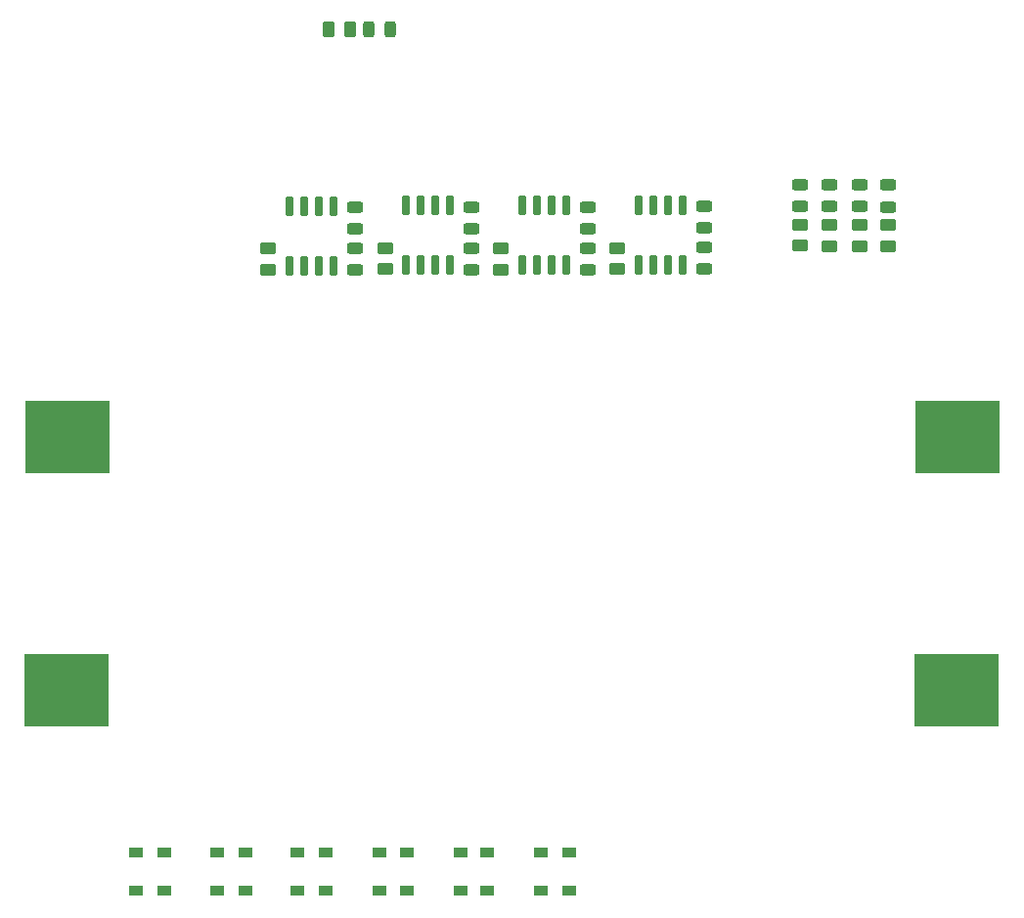
<source format=gbr>
G04 #@! TF.GenerationSoftware,KiCad,Pcbnew,(6.0.8)*
G04 #@! TF.CreationDate,2022-10-24T22:40:05+02:00*
G04 #@! TF.ProjectId,pcdu,70636475-2e6b-4696-9361-645f70636258,rev?*
G04 #@! TF.SameCoordinates,Original*
G04 #@! TF.FileFunction,Paste,Top*
G04 #@! TF.FilePolarity,Positive*
%FSLAX46Y46*%
G04 Gerber Fmt 4.6, Leading zero omitted, Abs format (unit mm)*
G04 Created by KiCad (PCBNEW (6.0.8)) date 2022-10-24 22:40:05*
%MOMM*%
%LPD*%
G01*
G04 APERTURE LIST*
G04 Aperture macros list*
%AMRoundRect*
0 Rectangle with rounded corners*
0 $1 Rounding radius*
0 $2 $3 $4 $5 $6 $7 $8 $9 X,Y pos of 4 corners*
0 Add a 4 corners polygon primitive as box body*
4,1,4,$2,$3,$4,$5,$6,$7,$8,$9,$2,$3,0*
0 Add four circle primitives for the rounded corners*
1,1,$1+$1,$2,$3*
1,1,$1+$1,$4,$5*
1,1,$1+$1,$6,$7*
1,1,$1+$1,$8,$9*
0 Add four rect primitives between the rounded corners*
20,1,$1+$1,$2,$3,$4,$5,0*
20,1,$1+$1,$4,$5,$6,$7,0*
20,1,$1+$1,$6,$7,$8,$9,0*
20,1,$1+$1,$8,$9,$2,$3,0*%
G04 Aperture macros list end*
%ADD10RoundRect,0.243750X0.456250X-0.243750X0.456250X0.243750X-0.456250X0.243750X-0.456250X-0.243750X0*%
%ADD11RoundRect,0.243750X-0.456250X0.243750X-0.456250X-0.243750X0.456250X-0.243750X0.456250X0.243750X0*%
%ADD12RoundRect,0.150000X0.150000X-0.725000X0.150000X0.725000X-0.150000X0.725000X-0.150000X-0.725000X0*%
%ADD13R,1.200000X0.900000*%
%ADD14R,7.340000X6.350000*%
%ADD15RoundRect,0.250000X-0.450000X0.262500X-0.450000X-0.262500X0.450000X-0.262500X0.450000X0.262500X0*%
%ADD16RoundRect,0.243750X-0.243750X-0.456250X0.243750X-0.456250X0.243750X0.456250X-0.243750X0.456250X0*%
%ADD17RoundRect,0.250000X0.262500X0.450000X-0.262500X0.450000X-0.262500X-0.450000X0.262500X-0.450000X0*%
G04 APERTURE END LIST*
D10*
X133989949Y-63812500D03*
X133989949Y-61937500D03*
D11*
X133989949Y-58381500D03*
X133989949Y-60256500D03*
D10*
X144096949Y-63762500D03*
X144096949Y-61887500D03*
D12*
X138431861Y-63412632D03*
X139701861Y-63412632D03*
X140971861Y-63412632D03*
X142241861Y-63412632D03*
X142241861Y-58262632D03*
X140971861Y-58262632D03*
X139701861Y-58262632D03*
X138431861Y-58262632D03*
X108161861Y-63437632D03*
X109431861Y-63437632D03*
X110701861Y-63437632D03*
X111971861Y-63437632D03*
X111971861Y-58287632D03*
X110701861Y-58287632D03*
X109431861Y-58287632D03*
X108161861Y-58287632D03*
X128331861Y-63412632D03*
X129601861Y-63412632D03*
X130871861Y-63412632D03*
X132141861Y-63412632D03*
X132141861Y-58262632D03*
X130871861Y-58262632D03*
X129601861Y-58262632D03*
X128331861Y-58262632D03*
D11*
X144096949Y-58331500D03*
X144096949Y-60206500D03*
D10*
X113816861Y-63782632D03*
X113816861Y-61907632D03*
D11*
X113816861Y-58351632D03*
X113816861Y-60226632D03*
D12*
X118274791Y-63412264D03*
X119544791Y-63412264D03*
X120814791Y-63412264D03*
X122084791Y-63412264D03*
X122084791Y-58262264D03*
X120814791Y-58262264D03*
X119544791Y-58262264D03*
X118274791Y-58262264D03*
D10*
X123917791Y-63787632D03*
X123917791Y-61912632D03*
D11*
X123917791Y-58356632D03*
X123917791Y-60231632D03*
D13*
X122965000Y-114300000D03*
X122965000Y-117600000D03*
X118300000Y-114300000D03*
X118300000Y-117600000D03*
X132400000Y-114300000D03*
X132400000Y-117600000D03*
X115965000Y-114300000D03*
X115965000Y-117600000D03*
X125300000Y-114300000D03*
X125300000Y-117600000D03*
D14*
X165900000Y-100200000D03*
X88900000Y-100200000D03*
X89000000Y-78300000D03*
X166000000Y-78300000D03*
D13*
X101896000Y-114270500D03*
X101896000Y-117570500D03*
X111331000Y-114270500D03*
X111331000Y-117570500D03*
X104331000Y-114270500D03*
X104331000Y-117570500D03*
X108896000Y-114270500D03*
X108896000Y-117570500D03*
X97331000Y-114233000D03*
X97331000Y-117533000D03*
X129965000Y-114300000D03*
X129965000Y-117600000D03*
X94896000Y-114233000D03*
X94896000Y-117533000D03*
D15*
X157500000Y-59937500D03*
X157500000Y-61762500D03*
X152400000Y-59887500D03*
X152400000Y-61712500D03*
X136546949Y-61912500D03*
X136546949Y-63737500D03*
X106290949Y-61946500D03*
X106290949Y-63771500D03*
D16*
X115062500Y-43000000D03*
X116937500Y-43000000D03*
D10*
X152400000Y-58337500D03*
X152400000Y-56462500D03*
D15*
X116435879Y-61925132D03*
X116435879Y-63750132D03*
D10*
X160000000Y-58350000D03*
X160000000Y-56475000D03*
D15*
X126489949Y-61962500D03*
X126489949Y-63787500D03*
X154950000Y-59937500D03*
X154950000Y-61762500D03*
D10*
X154950000Y-58337500D03*
X154950000Y-56462500D03*
D15*
X160000000Y-59937500D03*
X160000000Y-61762500D03*
D10*
X157500000Y-58337500D03*
X157500000Y-56462500D03*
D17*
X113412500Y-43000000D03*
X111587500Y-43000000D03*
M02*

</source>
